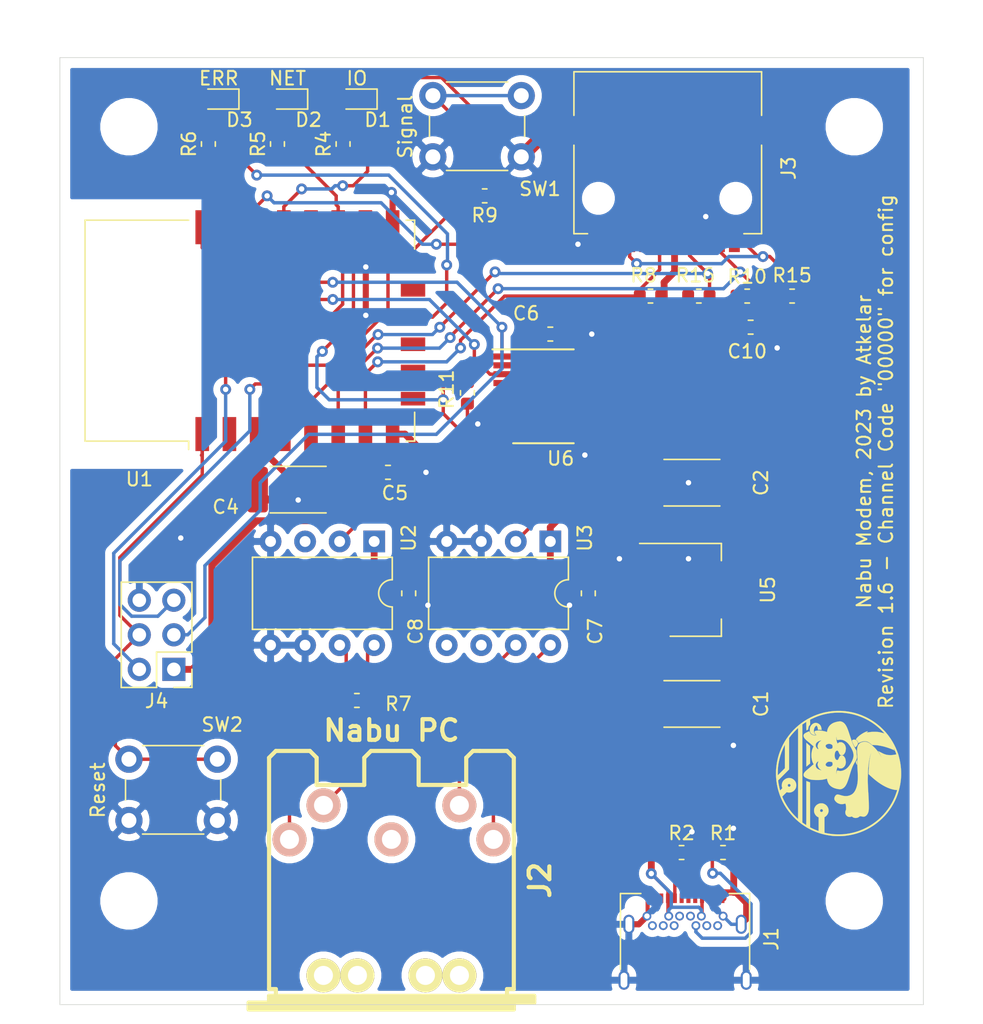
<source format=kicad_pcb>
(kicad_pcb (version 20221018) (generator pcbnew)
  (layers (0 "F.Cu" signal) (31 "B.Cu" signal) (34 "B.Paste" user) (35 "F.Paste" user) (36 "B.SilkS" user "B.Silkscreen") (37 "F.SilkS" user "F.Silkscreen") (38 "B.Mask" user) (39 "F.Mask" user) (44 "Edge.Cuts" user))
  (net 0 "")
  (net 1 "GND")
  (net 2 "VCC")
  (net 3 "VDD")
  (net 4 "Net-(D1-Pad2)")
  (net 5 "Net-(D2-Pad2)")
  (net 6 "Net-(D3-Pad2)")
  (net 7 "Net-(J1-PadB5)")
  (net 8 "Net-(J1-PadA5)")
  (net 9 "Net-(J2-Pad5)")
  (net 10 "Net-(J2-Pad1)")
  (net 11 "Net-(J2-Pad4)")
  (net 12 "Net-(J2-Pad3)")
  (net 13 "Net-(U2-Pad2)")
  (net 14 "Net-(U3-Pad2)")
  (net 15 "Net-(J3-Pad1)")
  (net 16 "/LED_IO")
  (net 17 "/LED_NET")
  (net 18 "/LED_ERR")
  (net 19 "/MISO")
  (net 20 "/SCLK")
  (net 21 "/MOSI")
  (net 22 "/SD_CS")
  (net 23 "/PROG_EN")
  (net 24 "/RESET")
  (net 25 "/RX_3V3")
  (net 26 "/TX_3V3")
  (net 27 "/BTN_SIG")
  (net 28 "/5V_ENABLE")
  (footprint "Capacitor_SMD:C_2512_6332Metric_Pad1.52x3.35mm_HandSolder" (layer "F.Cu") (at 121.158 113.03)
    (fp_text reference "C1")
    (fp_text value "22µ")
  )
  (footprint "Capacitor_SMD:C_2512_6332Metric_Pad1.52x3.35mm_HandSolder" (layer "F.Cu") (at 121.158 96.774 180)
    (fp_text reference "C2")
    (fp_text value "10µ")
  )
  (footprint "Atkelar_Custom:USB_C_Receptacle_Amphenol_12401548E4-2A-X" (layer "F.Cu") (at 120.65 132.334)
    (fp_text reference "J1")
    (fp_text value "USB_C_Receptacle")
  )
  (footprint "Atkelar_Custom:MIDI_DIN5-B" (layer "F.Cu") (at 99.06 125.984)
    (fp_text reference "J2")
    (fp_text value "Nabu PC")
  )
  (footprint "Resistor_SMD:R_0603_1608Metric" (layer "F.Cu") (at 123.444 123.952)
    (fp_text reference "R1")
    (fp_text value "5k1")
  )
  (footprint "Resistor_SMD:R_0603_1608Metric" (layer "F.Cu") (at 120.396 123.952)
    (fp_text reference "R2")
    (fp_text value "5k1")
  )
  (footprint "Resistor_SMD:R_0603_1608Metric" (layer "F.Cu") (at 96.52 112.776 180)
    (fp_text reference "R7")
    (fp_text value "180")
  )
  (footprint "Button_Switch_THT:SW_PUSH_6mm_H4.3mm" (layer "F.Cu") (at 102.108 68.326)
    (fp_text reference "SW1")
    (fp_text value "Signal")
  )
  (footprint "RF_Module:ESP-12E" (layer "F.Cu") (at 88.646 85.598 90)
    (fp_text reference "U1")
    (fp_text value "ESP-12E")
  )
  (footprint "Package_DIP:DIP-8_W7.62mm" (layer "F.Cu") (at 97.79 101.092 -90)
    (fp_text reference "U2")
    (fp_text value "UA9637")
  )
  (footprint "Package_TO_SOT_SMD:SOT-223-3_TabPin2" (layer "F.Cu") (at 121.412 104.648)
    (fp_text reference "U5")
    (fp_text value "AP1117-33")
  )
  (footprint "Package_SO:TSSOP-20_4.4x6.5mm_P0.65mm" (layer "F.Cu") (at 110.236 90.424)
    (fp_text reference "U6")
    (fp_text value "TXS0108EPW")
  )
  (footprint "MountingHole:MountingHole_3.2mm_M3" (layer "F.Cu") (at 133.096 127.508)
    (fp_text reference "REF**" hide)
    (fp_text value "MountingHole_3.2mm_M3")
  )
  (footprint "MountingHole:MountingHole_3.2mm_M3" (layer "F.Cu") (at 79.756 127.508)
    (fp_text reference "REF**" hide)
    (fp_text value "MountingHole_3.2mm_M3")
  )
  (footprint "MountingHole:MountingHole_3.2mm_M3" (layer "F.Cu") (at 79.756 70.612)
    (fp_text reference "REF**" hide)
    (fp_text value "MountingHole_3.2mm_M3")
  )
  (footprint "MountingHole:MountingHole_3.2mm_M3" (layer "F.Cu") (at 133.096 70.612)
    (fp_text reference "REF**" hide)
    (fp_text value "MountingHole_3.2mm_M3")
  )
  (footprint "Package_DIP:DIP-8_W7.62mm" (layer "F.Cu") (at 110.744 101.092 -90)
    (fp_text reference "U3")
    (fp_text value "UA9638CD")
  )
  (footprint "LED_SMD:LED_0603_1608Metric" (layer "F.Cu") (at 86.36 68.58 180)
    (fp_text reference "D3")
    (fp_text value "ERR")
  )
  (footprint "Resistor_SMD:R_0603_1608Metric" (layer "F.Cu") (at 85.598 71.882 90)
    (fp_text reference "R6")
    (fp_text value "1k")
  )
  (footprint "LED_SMD:LED_0603_1608Metric" (layer "F.Cu") (at 96.52 68.58 180)
    (fp_text reference "D1")
    (fp_text value "IO")
  )
  (footprint "Resistor_SMD:R_0603_1608Metric" (layer "F.Cu") (at 95.504 71.882 90)
    (fp_text reference "R4")
    (fp_text value "1k")
  )
  (footprint "LED_SMD:LED_0603_1608Metric" (layer "F.Cu") (at 91.4145 68.58 180)
    (fp_text reference "D2")
    (fp_text value "NET")
  )
  (footprint "Resistor_SMD:R_0603_1608Metric" (layer "F.Cu") (at 90.678 71.882 90)
    (fp_text reference "R5")
    (fp_text value "1k")
  )
  (footprint "Atkelar_Custom:Atkelar-Logo-2" (layer "F.Cu") (at 131.826 118.11 90)
    (fp_text reference "G***" hide)
    (fp_text value "LOGO" hide)
  )
  (footprint "Capacitor_SMD:C_2512_6332Metric_Pad1.52x3.35mm_HandSolder" (layer "F.Cu") (at 92.202 97.282 180)
    (fp_text reference "C4")
    (fp_text value "22µ")
  )
  (footprint "Capacitor_SMD:C_0603_1608Metric_Pad1.05x0.95mm_HandSolder" (layer "F.Cu") (at 98.806 96.012)
    (fp_text reference "C5")
    (fp_text value "10n")
  )
  (footprint "Capacitor_SMD:C_0603_1608Metric_Pad1.05x0.95mm_HandSolder" (layer "F.Cu") (at 110.744 85.852)
    (fp_text reference "C6")
    (fp_text value "10n")
  )
  (footprint "Capacitor_SMD:C_0603_1608Metric_Pad1.05x0.95mm_HandSolder" (layer "F.Cu") (at 113.538 104.902 -90)
    (fp_text reference "C7")
    (fp_text value "10n")
  )
  (footprint "Capacitor_SMD:C_0603_1608Metric_Pad1.05x0.95mm_HandSolder" (layer "F.Cu") (at 100.33 104.902 -90)
    (fp_text reference "C8")
    (fp_text value "10n")
  )
  (footprint "Capacitor_SMD:C_0603_1608Metric_Pad1.05x0.95mm_HandSolder" (layer "F.Cu") (at 125.476 85.344)
    (fp_text reference "C10")
    (fp_text value "10n")
  )
  (footprint "Connector_PinHeader_2.54mm:PinHeader_2x03_P2.54mm_Vertical" (layer "F.Cu") (at 83.058 110.49 180)
    (fp_text reference "J4")
    (fp_text value "Prog")
  )
  (footprint "Resistor_SMD:R_0603_1608Metric" (layer "F.Cu") (at 118.11 83.058 180)
    (fp_text reference "R8")
    (fp_text value "10k")
  )
  (footprint "Resistor_SMD:R_0603_1608Metric" (layer "F.Cu") (at 105.918 75.692 180)
    (fp_text reference "R9")
    (fp_text value "10k")
  )
  (footprint "Resistor_SMD:R_0603_1608Metric" (layer "F.Cu") (at 125.222 83.058)
    (fp_text reference "R10")
    (fp_text value "10k")
  )
  (footprint "Resistor_SMD:R_0603_1608Metric" (layer "F.Cu") (at 104.648 90.17 -90)
    (fp_text reference "R11")
    (fp_text value "10k")
  )
  (footprint "Atkelar_Custom:microSD_A" (layer "F.Cu") (at 119.38 71.374 180)
    (fp_text reference "J3")
    (fp_text value "SD-Card")
  )
  (footprint "Resistor_SMD:R_0603_1608Metric" (layer "F.Cu") (at 128.524 83.058 180)
    (fp_text reference "R15")
    (fp_text value "10k")
  )
  (footprint "Resistor_SMD:R_0603_1608Metric" (layer "F.Cu") (at 121.666 83.058)
    (fp_text reference "R16")
    (fp_text value "10k")
  )
  (footprint "Button_Switch_THT:SW_PUSH_6mm_H4.3mm" (layer "F.Cu") (at 79.756 117.094)
    (fp_text reference "SW2")
    (fp_text value "Reset")
  )
  (gr_line (start 74.676 65.532) (end 138.176 65.532) (stroke (width 0.05)) (layer "Edge.Cuts"))
  (gr_line (start 138.176 135.128) (end 74.676 135.128) (stroke (width 0.05)) (layer "Edge.Cuts"))
  (gr_line (start 138.176 65.532) (end 138.176 135.128) (stroke (width 0.05)) (layer "Edge.Cuts"))
  (gr_line (start 74.676 135.128) (end 74.676 65.532) (stroke (width 0.05)) (layer "Edge.Cuts"))
  (gr_text "Nabu Modem, 2023 by Atkelar\nRevision 1.6 - Channel Code \"00000\" for config" (at 134.62 94.488 90) (layer "F.SilkS") (effects (font (size 1 1))))
  (segment (start 97.173999 80.917999) (end 97.173999 84.473999) (width 0.45) (layer "F.Cu") (net 1))
  (segment (start 127.425 86.868) (end 127.425 86.868) (width 0.25) (layer "F.Cu") (net 1))
  (segment (start 97.173999 84.473999) (end 97.173999 84.473999) (width 0.45) (layer "F.Cu") (net 1))
  (segment (start 101.741 105.777) (end 100.33 105.777) (width 0.5) (layer "F.Cu") (net 1))
  (segment (start 124.2315 126.8825) (end 124.369174 126.8825) (width 0.45) (layer "F.Cu") (net 1))
  (segment (start 99.146 75.524) (end 99.06 75.438) (width 0.25) (layer "F.Cu") (net 1))
  (segment (start 92.202 98.044) (end 89.9765 98.044) (width 0.5) (layer "F.Cu") (net 1))
  (segment (start 127.4 86.868) (end 127.425 86.868) (width 0.25) (layer "F.Cu") (net 1))
  (segment (start 124.1455 116.0175) (end 124.206 116.078) (width 0.25) (layer "F.Cu") (net 1))
  (segment (start 125.15001 128.85399) (end 124.78 129.224) (width 0.45) (layer "F.Cu") (net 1))
  (segment (start 122.08 77.31) (end 122.174 77.216) (width 0.25) (layer "F.Cu") (net 1))
  (segment (start 99.146 77.998) (end 99.146 75.524) (width 0.45) (layer "F.Cu") (net 1))
  (segment (start 121.1835 122.4535) (end 121.158 122.428) (width 0.25) (layer "F.Cu") (net 1))
  (segment (start 107.286 91.399) (end 107.286 92.049) (width 0.25) (layer "F.Cu") (net 1))
  (segment (start 99.681 96.012) (end 101.6 96.012) (width 0.25) (layer "F.Cu") (net 1))
  (segment (start 114.1 78.994) (end 114.18 79.074) (width 0.25) (layer "F.Cu") (net 1))
  (segment (start 123.5615 126.8825) (end 123.475001 126.968999) (width 0.45) (layer "F.Cu") (net 1))
  (segment (start 104.648 92.202) (end 104.902 92.456) (width 0.25) (layer "F.Cu") (net 1))
  (segment (start 97.173999 80.917999) (end 97.173999 80.917999) (width 0.25) (layer "F.Cu") (net 1))
  (segment (start 123.4 128.574) (end 123.45 128.624) (width 0.25) (layer "F.Cu") (net 1))
  (segment (start 111.619 85.852) (end 113.792 85.852) (width 0.5) (layer "F.Cu") (net 1))
  (segment (start 123.475001 126.968999) (end 123.475001 127.314) (width 0.45) (layer "F.Cu") (net 1))
  (segment (start 89.2145 97.282) (end 87.122 97.282) (width 0.5) (layer "F.Cu") (net 1))
  (segment (start 99.351998 78.203998) (end 99.146 77.998) (width 0.45) (layer "F.Cu") (net 1))
  (segment (start 117.9 128.574) (end 117.85 128.624) (width 0.25) (layer "F.Cu") (net 1))
  (segment (start 112.95 79.074) (end 112.776 79.248) (width 0.25) (layer "F.Cu") (net 1))
  (segment (start 124.2315 126.8825) (end 123.5615 126.8825) (width 0.45) (layer "F.Cu") (net 1))
  (segment (start 107.286 92.699) (end 105.653 92.699) (width 0.45) (layer "F.Cu") (net 1))
  (segment (start 89.9765 98.044) (end 89.2145 97.282) (width 0.5) (layer "F.Cu") (net 1))
  (segment (start 124.2315 123.952) (end 124.2315 126.8825) (width 0.5) (layer "F.Cu") (net 1))
  (segment (start 87.122 97.282) (end 83.566 100.838) (width 0.5) (layer "F.Cu") (net 1))
  (segment (start 115.838 102.348) (end 115.824 102.362) (width 0.25) (layer "F.Cu") (net 1))
  (segment (start 97.173999 80.917999) (end 99.351998 78.74) (width 0.45) (layer "F.Cu") (net 1))
  (segment (start 125.15001 127.663336) (end 125.15001 128.85399) (width 0.45) (layer "F.Cu") (net 1))
  (segment (start 126.351 85.344) (end 126.351 85.819) (width 0.25) (layer "F.Cu") (net 1))
  (segment (start 104.648 90.9575) (end 104.648 92.202) (width 0.25) (layer "F.Cu") (net 1))
  (segment (start 107.286 90.749) (end 107.286 90.099) (width 0.25) (layer "F.Cu") (net 1))
  (segment (start 113.186 93.349) (end 113.186 94.644) (width 0.45) (layer "F.Cu") (net 1))
  (segment (start 105.653 92.699) (end 105.41 92.456) (width 0.25) (layer "F.Cu") (net 1))
  (segment (start 118.1705 96.774) (end 120.904 96.774) (width 0.25) (layer "F.Cu") (net 1))
  (segment (start 117.85 128.624) (end 117.25 129.224) (width 0.45) (layer "F.Cu") (net 1))
  (segment (start 107.286 90.099) (end 107.286 89.449) (width 0.25) (layer "F.Cu") (net 1))
  (segment (start 107.286 90.749) (end 107.286 91.399) (width 0.25) (layer "F.Cu") (net 1))
  (segment (start 117.9 127.314) (end 117.9 128.574) (width 0.3) (layer "F.Cu") (net 1))
  (segment (start 113.063 105.777) (end 112.155 105.777) (width 0.5) (layer "F.Cu") (net 1))
  (segment (start 117.25 129.224) (end 116.52 129.224) (width 0.45) (layer "F.Cu") (net 1))
  (segment (start 118.262 102.348) (end 115.838 102.348) (width 0.75) (layer "F.Cu") (net 1))
  (segment (start 107.286 92.049) (end 107.286 92.699) (width 0.25) (layer "F.Cu") (net 1))
  (segment (start 122.08 79.074) (end 122.08 77.31) (width 0.5) (layer "F.Cu") (net 1))
  (segment (start 111.78 70.874) (end 126.88 70.874) (width 1) (layer "F.Cu") (net 1))
  (segment (start 124.369174 126.8825) (end 125.15001 127.663336) (width 0.45) (layer "F.Cu") (net 1))
  (segment (start 126.351 85.819) (end 127.4 86.868) (width 0.5) (layer "F.Cu") (net 1))
  (segment (start 104.902 92.456) (end 105.41 92.456) (width 0.25) (layer "F.Cu") (net 1))
  (segment (start 114.18 79.074) (end 112.95 79.074) (width 0.25) (layer "F.Cu") (net 1))
  (segment (start 99.351998 78.74) (end 99.351998 78.203998) (width 0.45) (layer "F.Cu") (net 1))
  (segment (start 124.2315 123.952) (end 124.2315 122.1995) (width 0.5) (layer "F.Cu") (net 1))
  (segment (start 124.2315 122.1995) (end 124.206 122.174) (width 0.25) (layer "F.Cu") (net 1))
  (segment (start 99.146 77.998) (end 99.146 78.748) (width 0.25) (layer "F.Cu") (net 1))
  (segment (start 108.608 72.826) (end 110.56 70.874) (width 1) (layer "F.Cu") (net 1))
  (segment (start 123.45 127.364) (end 123.4 127.314) (width 0.25) (layer "F.Cu") (net 1))
  (segment (start 113.538 105.777) (end 113.063 105.777) (width 0.5) (layer "F.Cu") (net 1))
  (segment (start 120.89 102.348) (end 120.904 102.362) (width 0.25) (layer "F.Cu") (net 1))
  (segment (start 110.56 70.874) (end 111.78 70.874) (width 1) (layer "F.Cu") (net 1))
  (segment (start 113.186 94.644) (end 113.284 94.742) (width 0.25) (layer "F.Cu") (net 1))
  (segment (start 118.262 102.348) (end 120.89 102.348) (width 0.75) (layer "F.Cu") (net 1))
  (segment (start 121.1835 123.952) (end 121.1835 122.4535) (width 0.5) (layer "F.Cu") (net 1))
  (segment (start 124.1455 113.03) (end 124.1455 116.0175) (width 0.5) (layer "F.Cu") (net 1))
  (via (at 105.41 92.456) (size 0.8) (drill 0.4) (layers "F.Cu" "B.Cu") (net 1))
  (via (at 113.284 94.742) (size 0.8) (drill 0.4) (layers "F.Cu" "B.Cu") (net 1))
  (via (at 127.425 86.868) (size 0.8) (drill 0.4) (layers "F.Cu" "B.Cu") (net 1))
  (via (at 112.155 105.777) (size 0.8) (drill 0.4) (layers "F.Cu" "B.Cu") (net 1))
  (via (at 121.158 122.428) (size 0.8) (drill 0.4) (layers "F.Cu" "B.Cu") (net 1))
  (via (at 97.173999 80.917999) (size 0.8) (drill 0.4) (layers "F.Cu" "B.Cu") (net 1))
  (via (at 122.174 77.216) (size 0.8) (drill 0.4) (layers "F.Cu" "B.Cu") (net 1))
  (via (at 120.904 102.362) (size 0.8) (drill 0.4) (layers "F.Cu" "B.Cu") (net 1))
  (via (at 124.206 116.078) (size 0.8) (drill 0.4) (layers "F.Cu" "B.Cu") (net 1))
  (via (at 99.06 75.438) (size 0.8) (drill 0.4) (layers "F.Cu" "B.Cu") (net 1))
  (via (at 92.202 98.044) (size 0.8) (drill 0.4) (layers "F.Cu" "B.Cu") (net 1))
  (via (at 113.792 85.852) (size 0.8) (drill 0.4) (layers "F.Cu" "B.Cu") (net 1))
  (via (at 97.173999 84.473999) (size 0.8) (drill 0.4) (layers "F.Cu" "B.Cu") (net 1))
  (via (at 115.824 102.362) (size 0.8) (drill 0.4) (layers "F.Cu" "B.Cu") (net 1))
  (via (at 83.566 100.838) (size 0.8) (drill 0.4) (layers "F.Cu" "B.Cu") (net 1))
  (via (at 101.741 105.777) (size 0.8) (drill 0.4) (layers "F.Cu" "B.Cu") (net 1))
  (via (at 120.904 96.774) (size 0.8) (drill 0.4) (layers "F.Cu" "B.Cu") (net 1))
  (via (at 101.6 96.012) (size 0.8) (drill 0.4) (layers "F.Cu" "B.Cu") (net 1))
  (via (at 112.776 79.248) (size 0.8) (drill 0.4) (layers "F.Cu" "B.Cu") (net 1))
  (via (at 124.206 122.174) (size 0.8) (drill 0.4) (layers "F.Cu" "B.Cu") (net 1))
  (segment (start 124.05 129.224) (end 123.45 128.624) (width 0.25) (layer "B.Cu") (net 1))
  (segment (start 124.78 129.224) (end 124.05 129.224) (width 0.25) (layer "B.Cu") (net 1))
  (segment (start 118.1705 125.499498) (end 118.1705 125.499498) (width 0.5) (layer "F.Cu") (net 2))
  (segment (start 115.57 105.756) (end 115.57 104.648) (width 0.5) (layer "F.Cu") (net 2))
  (segment (start 116.332 94.488) (end 116.332 92.964) (width 0.5) (layer "F.Cu") (net 2))
  (segment (start 110.857 104.027) (end 100.33 104.027) (width 0.5) (layer "F.Cu") (net 2))
  (segment (start 116.332 89.662) (end 116.332 92.964) (width 0.5) (layer "F.Cu") (net 2))
  (segment (start 119.4 128.574) (end 119.45 128.624) (width 0.25) (layer "F.Cu") (net 2))
  (segment (start 113.063 104.027) (end 110.857 104.027) (width 0.5) (layer "F.Cu") (net 2))
  (segment (start 116.078 94.742) (end 116.332 94.488) (width 0.5) (layer "F.Cu") (net 2))
  (segment (start 118.1705 125.499498) (end 119.4 126.728998) (width 0.25) (layer "F.Cu") (net 2))
  (segment (start 100.33 104.027) (end 98.439 104.027) (width 0.5) (layer "F.Cu") (net 2))
  (segment (start 121.85 128.624) (end 121.9 128.574) (width 0.25) (layer "F.Cu") (net 2))
  (segment (start 113.538 104.027) (end 113.063 104.027) (width 0.5) (layer "F.Cu") (net 2))
  (segment (start 118.262 112.9385) (end 118.1705 113.03) (width 0.25) (layer "F.Cu") (net 2))
  (segment (start 110.744 101.092) (end 110.744 100.042) (width 0.5) (layer "F.Cu") (net 2))
  (segment (start 115.57 104.648) (end 114.949 104.027) (width 0.5) (layer "F.Cu") (net 2))
  (segment (start 110.744 103.914) (end 110.744 101.092) (width 0.5) (layer "F.Cu") (net 2))
  (segment (start 118.1705 115.316) (end 118.1705 113.03) (width 0.5) (layer "F.Cu") (net 2))
  (segment (start 114.819 88.149) (end 116.332 89.662) (width 0.5) (layer "F.Cu") (net 2))
  (segment (start 118.1705 115.316) (end 118.1705 125.499498) (width 0.5) (layer "F.Cu") (net 2))
  (segment (start 98.439 104.027) (end 97.79 103.378) (width 0.5) (layer "F.Cu") (net 2))
  (segment (start 113.186 88.149) (end 114.819 88.149) (width 0.45) (layer "F.Cu") (net 2))
  (segment (start 97.79 103.378) (end 97.79 101.092) (width 0.5) (layer "F.Cu") (net 2))
  (segment (start 119.4 126.728998) (end 119.4 127.314) (width 0.25) (layer "F.Cu") (net 2))
  (segment (start 118.262 106.948) (end 116.762 106.948) (width 0.5) (layer "F.Cu") (net 2))
  (segment (start 110.744 100.042) (end 116.078 94.742) (width 0.5) (layer "F.Cu") (net 2))
  (segment (start 118.262 106.948) (end 118.262 112.9385) (width 0.5) (layer "F.Cu") (net 2))
  (segment (start 121.9 128.574) (end 121.9 127.314) (width 0.25) (layer "F.Cu") (net 2))
  (segment (start 116.762 106.948) (end 115.57 105.756) (width 0.5) (layer "F.Cu") (net 2))
  (segment (start 119.4 127.314) (end 119.4 128.574) (width 0.25) (layer "F.Cu") (net 2))
  (segment (start 110.857 104.027) (end 110.744 103.914) (width 0.5) (layer "F.Cu") (net 2))
  (segment (start 114.949 104.027) (end 113.538 104.027) (width 0.5) (layer "F.Cu") (net 2))
  (via (at 118.1705 125.499498) (size 0.8) (drill 0.4) (layers "F.Cu" "B.Cu") (net 2))
  (segment (start 119.640382 127.973999) (end 121.659618 127.973999) (width 0.25) (layer "B.Cu") (net 2))
  (segment (start 119.640382 126.96938) (end 119.38 126.708998) (width 0.25) (layer "B.Cu") (net 2))
  (segment (start 119.45 128.624) (end 119.45 128.164381) (width 0.25) (layer "B.Cu") (net 2))
  (segment (start 121.659618 127.973999) (end 121.85 128.164381) (width 0.25) (layer "B.Cu") (net 2))
  (segment (start 119.38 126.708998) (end 118.1705 125.499498) (width 0.25) (layer "B.Cu") (net 2))
  (segment (start 119.640382 127.973999) (end 119.640382 126.96938) (width 0.25) (layer "B.Cu") (net 2))
  (segment (start 121.85 128.164381) (end 121.85 128.624) (width 0.25) (layer "B.Cu") (net 2))
  (segment (start 119.45 128.164381) (end 119.640382 127.973999) (width 0.25) (layer "B.Cu") (net 2))
  (segment (start 124.1455 94.8025) (end 124.206 94.742) (width 0.25) (layer "F.Cu") (net 3))
  (segment (start 85.344 72.9235) (end 85.598 72.6695) (width 0.25) (layer "F.Cu") (net 3))
  (segment (start 97.931 96.012) (end 96.4595 96.012) (width 0.5) (layer "F.Cu") (net 3))
  (segment (start 108.447 88.149) (end 108.458 88.138) (width 0.45) (layer "F.Cu") (net 3))
  (segment (start 89.209001 67.000999) (end 89.209001 71.675501) (width 0.25) (layer "F.Cu") (net 3))
  (segment (start 124.1455 96.774) (end 124.1455 94.8025) (width 0.5) (layer "F.Cu") (net 3))
  (segment (start 124.562 97.1905) (end 124.1455 96.774) (width 0.25) (layer "F.Cu") (net 3))
  (segment (start 119.109 82.047) (end 119.126 83.058) (width 0.5) (layer "F.Cu") (net 3))
  (segment (start 110.664 84.582) (end 109.869 85.377) (width 0.5) (layer "F.Cu") (net 3))
  (segment (start 123.698 85.344) (end 123.698 87.235) (width 0.5) (layer "F.Cu") (net 3))
  (segment (start 107.286 88.149) (end 108.447 88.149) (width 0.45) (layer "F.Cu") (net 3))
  (segment (start 122.428 84.582) (end 123.19 85.344) (width 0.5) (layer "F.Cu") (net 3))
  (segment (start 90.203 72.6695) (end 90.678 72.6695) (width 0.25) (layer "F.Cu") (net 3))
  (segment (start 85.852 102.87) (end 85.852 109.046) (width 0.5) (layer "F.Cu") (net 3))
  (segment (start 119.109 84.565) (end 119.126 84.582) (width 0.25) (layer "F.Cu") (net 3))
  (segment (start 94.289001 71.929501) (end 95.029 72.6695) (width 0.25) (layer "F.Cu") (net 3))
  (segment (start 108.800001 94.145999) (end 108.966 93.98) (width 0.5) (layer "F.Cu") (net 3))
  (segment (start 84.79799 72.34449) (end 84.79799 68.110516) (width 0.25) (layer "F.Cu") (net 3))
  (segment (start 124.4345 83.2865) (end 124.46 83.312) (width 0.25) (layer "F.Cu") (net 3))
  (segment (start 109.869 86.327) (end 108.966 87.23) (width 0.5) (layer "F.Cu") (net 3))
  (segment (start 124.562 104.648) (end 124.562 97.1905) (width 0.75) (layer "F.Cu") (net 3))
  (segment (start 119.126 83.058) (end 119.109 84.565) (width 0.5) (layer "F.Cu") (net 3))
  (segment (start 124.46 83.312) (end 124.46 84.074) (width 0.25) (layer "F.Cu") (net 3))
  (segment (start 108.407002 88.138) (end 108.396002 88.149) (width 0.5) (layer "F.Cu") (net 3))
  (segment (start 108.966 87.23) (end 108.966 88.138) (width 0.5) (layer "F.Cu") (net 3))
  (segment (start 119.88 79.074) (end 119.88 74.668) (width 0.25) (layer "F.Cu") (net 3))
  (segment (start 85.598 72.6695) (end 85.123 72.6695) (width 0.25) (layer "F.Cu") (net 3))
  (segment (start 99.146 93.198) (end 100.056 93.198) (width 0.5) (layer "F.Cu") (net 3))
  (segment (start 118.262 104.648) (end 124.562 104.648) (width 0.75) (layer "F.Cu") (net 3))
  (segment (start 108.458 88.138) (end 108.407002 88.138) (width 0.5) (layer "F.Cu") (net 3))
  (segment (start 119.126 84.582) (end 110.664 84.582) (width 0.5) (layer "F.Cu") (net 3))
  (segment (start 120.8785 83.058) (end 120.8785 83.533) (width 0.25) (layer "F.Cu") (net 3))
  (segment (start 100.056 93.198) (end 101.003999 94.145999) (width 0.5) (layer "F.Cu") (net 3))
  (segment (start 96.4595 96.012) (end 95.1895 97.282) (width 0.5) (layer "F.Cu") (net 3))
  (segment (start 119.88 79.074) (end 119.88 81.276) (width 0.5) (layer "F.Cu") (net 3))
  (segment (start 94.234 99.568) (end 95.25 98.552) (width 0.5) (layer "F.Cu") (net 3))
  (segment (start 109.22 75.692) (end 106.7055 75.692) (width 0.25) (layer "F.Cu") (net 3))
  (segment (start 127.299 83.058) (end 126.283 84.074) (width 0.25) (layer "F.Cu") (net 3))
  (segment (start 89.209001 67.000999) (end 94.289001 67.000999) (width 0.25) (layer "F.Cu") (net 3))
  (segment (start 94.427 96.5195) (end 95.1895 97.282) (width 0.25) (layer "F.Cu") (net 3))
  (segment (start 84.408 110.49) (end 83.058 110.49) (width 0.5) (layer "F.Cu") (net 3))
  (segment (start 89.209001 71.675501) (end 90.203 72.6695) (width 0.25) (layer "F.Cu") (net 3))
  (segment (start 121.045 84.582) (end 120.904 84.582) (width 0.25) (layer "F.Cu") (net 3))
  (segment (start 124.46 84.074) (end 124.4345 85.1775) (width 0.25) (layer "F.Cu") (net 3))
  (segment (start 124.206 91.44) (end 123.698 90.932) (width 0.5) (layer "F.Cu") (net 3))
  (segment (start 124.4345 83.058) (end 124.4345 83.2865) (width 0.25) (layer "F.Cu") (net 3))
  (segment (start 121.045 84.582) (end 120.52 84.582) (width 0.25) (layer "F.Cu") (net 3))
  (segment (start 123.698 87.235) (end 123.698 90.932) (width 0.5) (layer "F.Cu") (net 3))
  (segment (start 120.8785 83.533) (end 120.904 83.5585) (width 0.25) (layer "F.Cu") (net 3))
  (segment (start 124.4345 85.1775) (end 124.601 85.344) (width 0.25) (layer "F.Cu") (net 3))
  (segment (start 124.206 94.742) (end 124.206 93.98) (width 0.5) (layer "F.Cu") (net 3))
  (segment (start 85.852 109.046) (end 84.408 110.49) (width 0.5) (layer "F.Cu") (net 3))
  (segment (start 106.7055 70.962498) (end 106.7055 75.217) (width 0.25) (layer "F.Cu") (net 3))
  (segment (start 108.966 88.138) (end 108.458 88.138) (width 0.5) (layer "F.Cu") (net 3))
  (segment (start 99.297 93.349) (end 99.146 93.198) (width 0.25) (layer "F.Cu") (net 3))
  (segment (start 89.146 93.198) (end 89.146 93.948) (width 0.25) (layer "F.Cu") (net 3))
  (segment (start 112.268 72.644) (end 109.22 75.692) (width 0.25) (layer "F.Cu") (net 3))
  (segment (start 94.289001 67.000999) (end 94.289001 71.929501) (width 0.25) (layer "F.Cu") (net 3))
  (segment (start 94.289001 67.000999) (end 102.744001 67.000999) (width 0.25) (layer "F.Cu") (net 3))
  (segment (start 84.79799 68.110516) (end 85.907507 67.000999) (width 0.25) (layer "F.Cu") (net 3))
  (segment (start 120.904 84.582) (end 119.126 84.582) (width 0.5) (layer "F.Cu") (net 3))
  (segment (start 89.146 93.948) (end 91.7175 96.5195) (width 0.5) (layer "F.Cu") (net 3))
  (segment (start 95.25 98.552) (end 95.25 97.3425) (width 0.5) (layer "F.Cu") (net 3))
  (segment (start 120.904 84.582) (end 122.428 84.582) (width 0.5) (layer "F.Cu") (net 3))
  (segment (start 118.8975 83.058) (end 119.126 83.058) (width 0.25) (layer "F.Cu") (net 3))
  (segment (start 95.25 97.3425) (end 95.1895 97.282) (width 0.5) (layer "F.Cu") (net 3))
  (segment (start 124.206 93.98) (end 124.206 91.44) (width 0.5) (layer "F.Cu") (net 3))
  (segment (start 85.907507 67.000999) (end 89.209001 67.000999) (width 0.25) (layer "F.Cu") (net 3))
  (segment (start 106.7055 75.217) (end 106.7055 75.692) (width 0.25) (layer "F.Cu") (net 3))
  (segment (start 108.966 93.98) (end 108.966 88.138) (width 0.5) (layer "F.Cu") (net 3))
  (segment (start 126.283 84.074) (end 124.46 84.074) (width 0.25) (layer "F.Cu") (net 3))
  (segment (start 91.7175 96.5195) (end 94.427 96.5195) (width 0.5) (layer "F.Cu") (net 3))
  (segment (start 89.154 99.568) (end 94.234 99.568) (width 0.5) (layer "F.Cu") (net 3))
  (segment (start 99.146 93.198) (end 99.146 94.797) (width 0.5) (layer "F.Cu") (net 3))
  (segment (start 109.869 85.852) (end 109.869 86.327) (width 0.5) (layer "F.Cu") (net 3))
  (segment (start 117.856 72.644) (end 112.268 72.644) (width 0.25) (layer "F.Cu") (net 3))
  (segment (start 101.003999 94.145999) (end 108.800001 94.145999) (width 0.5) (layer "F.Cu") (net 3))
  (segment (start 99.146 94.797) (end 97.931 96.012) (width 0.5) (layer "F.Cu") (net 3))
  (segment (start 123.19 85.344) (end 123.698 85.344) (width 0.5) (layer "F.Cu") (net 3))
  (segment (start 95.029 72.6695) (end 95.504 72.6695) (width 0.25) (layer "F.Cu") (net 3))
  (segment (start 109.869 85.377) (end 109.869 85.852) (width 0.25) (layer "F.Cu") (net 3))
  (segment (start 85.123 72.6695) (end 84.79799 72.34449) (width 0.25) (layer "F.Cu") (net 3))
  (segment (start 119.88 81.276) (end 119.109 82.047) (width 0.5) (layer "F.Cu") (net 3))
  (segment (start 127.7365 83.058) (end 127.299 83.058) (width 0.25) (layer "F.Cu") (net 3))
  (segment (start 120.904 84.328) (end 120.904 84.582) (width 0.25) (layer "F.Cu") (net 3))
  (segment (start 119.88 74.668) (end 117.856 72.644) (width 0.25) (layer "F.Cu") (net 3))
  (segment (start 85.852 102.87) (end 89.154 99.568) (width 0.5) (layer "F.Cu") (net 3))
  (segment (start 120.904 83.5585) (end 120.904 84.328) (width 0.25) (layer "F.Cu") (net 3))
  (segment (start 102.744001 67.000999) (end 106.7055 70.962498) (width 0.25) (layer "F.Cu") (net 3))
  (segment (start 123.698 85.344) (end 124.601 85.344) (width 0.5) (layer "F.Cu") (net 3))
  (segment (start 95.504 68.6055) (end 95.504 71.0945) (width 0.25) (layer "F.Cu") (net 4))
  (segment (start 90.6525 68.6055) (end 90.6525 71.069) (width 0.25) (layer "F.Cu") (net 5))
  (segment (start 85.598 68.6055) (end 85.598 71.0945) (width 0.25) (layer "F.Cu") (net 6))
  (segment (start 122.6565 123.952) (end 122.6565 125.4505) (width 0.25) (layer "F.Cu") (net 7))
  (segment (start 122.6565 125.4505) (end 122.682 125.476) (width 0.25) (layer "F.Cu") (net 7))
  (via (at 122.682 125.476) (size 0.8) (drill 0.4) (layers "F.Cu" "B.Cu") (net 7))
  (segment (start 121.45 129.783619) (end 121.45 129.324) (width 0.25) (layer "B.Cu") (net 7))
  (segment (start 125.50501 129.824308) (end 125.080308 130.24901) (width 0.25) (layer "B.Cu") (net 7))
  (segment (start 125.50501 127.733325) (end 125.50501 129.824308) (width 0.25) (layer "B.Cu") (net 7))
  (segment (start 121.915391 130.24901) (end 121.45 129.783619) (width 0.25) (layer "B.Cu") (net 7))
  (segment (start 123.247685 125.476) (end 125.50501 127.733325) (width 0.25) (layer "B.Cu") (net 7))
  (segment (start 125.080308 130.24901) (end 121.915391 130.24901) (width 0.25) (layer "B.Cu") (net 7))
  (segment (start 122.682 125.476) (end 123.247685 125.476) (width 0.25) (layer "B.Cu") (net 7))
  (segment (start 119.9 124.2435) (end 119.6085 123.952) (width 0.25) (layer "F.Cu") (net 8))
  (segment (start 119.9 127.314) (end 119.9 124.2435) (width 0.25) (layer "F.Cu") (net 8))
  (segment (start 94.06382 120.4849) (end 97.3075 117.24122) (width 0.25) (layer "F.Cu") (net 9))
  (segment (start 97.3075 109.1945) (end 97.79 108.712) (width 0.25) (layer "F.Cu") (net 9))
  (segment (start 97.3075 117.24122) (end 97.3075 112.776) (width 0.25) (layer "F.Cu") (net 9))
  (segment (start 97.3075 112.776) (end 97.3075 109.1945) (width 0.25) (layer "F.Cu") (net 9))
  (segment (start 106.55808 112.89792) (end 110.744 108.712) (width 0.25) (layer "F.Cu") (net 10))
  (segment (start 106.55808 122.9868) (end 106.55808 112.89792) (width 0.25) (layer "F.Cu") (net 10))
  (segment (start 104.05618 120.4849) (end 104.05618 112.85982) (width 0.25) (layer "F.Cu") (net 11))
  (segment (start 104.05618 112.85982) (end 108.204 108.712) (width 0.25) (layer "F.Cu") (net 11))
  (segment (start 95.7325 109.1945) (end 95.25 108.712) (width 0.25) (layer "F.Cu") (net 12))
  (segment (start 91.56192 119.00408) (end 95.7325 114.8335) (width 0.25) (layer "F.Cu") (net 12))
  (segment (start 91.56192 122.9868) (end 91.56192 119.00408) (width 0.25) (layer "F.Cu") (net 12))
  (segment (start 95.7325 112.776) (end 95.7325 109.1945) (width 0.25) (layer "F.Cu") (net 12))
  (segment (start 95.7325 114.8335) (end 95.7325 112.776) (width 0.25) (layer "F.Cu") (net 12))
  (segment (start 109.728 90.071998) (end 109.728 94.031186) (width 0.25) (layer "F.Cu") (net 13))
  (segment (start 98.806 97.536) (end 95.25 101.092) (width 0.25) (layer "F.Cu") (net 13))
  (segment (start 109.728 94.031186) (end 106.223186 97.536) (width 0.25) (layer "F.Cu") (net 13))
  (segment (start 113.186 87.499) (end 112.300998 87.499) (width 0.25) (layer "F.Cu") (net 13))
  (segment (start 112.300998 87.499) (end 109.728 90.071998) (width 0.25) (layer "F.Cu") (net 13))
  (segment (start 106.223186 97.536) (end 98.806 97.536) (width 0.25) (layer "F.Cu") (net 13))
  (segment (start 110.49 90.52) (end 112.211 88.799) (width 0.25) (layer "F.Cu") (net 14))
  (segment (start 108.204 101.092) (end 110.49 98.806) (width 0.25) (layer "F.Cu") (net 14))
  (segment (start 110.49 98.806) (end 110.49 90.52) (width 0.25) (layer "F.Cu") (net 14))
  (segment (start 112.211 88.799) (end 113.186 88.799) (width 0.25) (layer "F.Cu") (net 14))
  (segment (start 124.93 79.074) (end 126.0095 80.1535) (width 0.25) (layer "F.Cu") (net 15))
  (segment (start 116.58 79.074) (end 116.58 80.162) (width 0.25) (layer "F.Cu") (net 15))
  (segment (start 129.3115 82.583) (end 126.882 80.1535) (width 0.25) (layer "F.Cu") (net 15))
  (segment (start 126.3815 80.1535) (end 126.0095 80.1535) (width 0.25) (layer "F.Cu") (net 15))
  (segment (start 124.28 79.074) (end 124.93 79.074) (width 0.25) (layer "F.Cu") (net 15))
  (segment (start 116.58 80.162) (end 117.094 80.676) (width 0.25) (layer "F.Cu") (net 15))
  (segment (start 126.882 80.1535) (end 126.3815 80.1535) (width 0.25) (layer "F.Cu") (net 15))
  (segment (start 129.3115 83.058) (end 129.3115 82.583) (width 0.25) (layer "F.Cu") (net 15))
  (via (at 117.094 80.676) (size 0.8) (drill 0.4) (layers "F.Cu" "B.Cu") (net 15))
  (via (at 126.3815 80.1535) (size 0.8) (drill 0.4) (layers "F.Cu" "B.Cu") (net 15))
  (segment (start 123.8705 80.1535) (end 126.3815 80.1535) (width 0.25) (layer "B.Cu") (net 15))
  (segment (start 123.348 80.676) (end 123.8705 80.1535) (width 0.25) (layer "B.Cu") (net 15))
  (segment (start 117.094 80.676) (end 123.348 80.676) (width 0.25) (layer "B.Cu") (net 15))
  (segment (start 97.3075 73.8885) (end 96.24589 74.95011) (width 0.25) (layer "F.Cu") (net 16))
  (segment (start 92.456 75.184) (end 91.146 76.494) (width 0.25) (layer "F.Cu") (net 16))
  (segment (start 96.24589 74.95011) (end 95.474584 74.95011) (width 0.25) (layer "F.Cu") (net 16))
  (segment (start 91.146 76.494) (end 91.146 77.998) (width 0.25) (layer "F.Cu") (net 16))
  (segment (start 97.3075 68.58) (end 97.3075 73.8885) (width 0.25) (layer "F.Cu") (net 16))
  (via (at 95.474584 74.95011) (size 0.8) (drill 0.4) (layers "F.Cu" "B.Cu") (net 16))
  (via (at 92.456 75.184) (size 0.8) (drill 0.4) (layers "F.Cu" "B.Cu") (net 16))
  (segment (start 94.908899 74.95011) (end 94.675009 75.184) (width 0.25) (layer "B.Cu") (net 16))
  (segment (start 95.474584 74.95011) (end 94.908899 74.95011) (width 0.25) (layer "B.Cu") (net 16))
  (segment (start 94.675009 75.184) (end 92.456 75.184) (width 0.25) (layer "B.Cu") (net 16))
  (segment (start 92.202 68.58) (end 92.202 72.898) (width 0.25) (layer "F.Cu") (net 17))
  (segment (start 95.146 76.498) (end 94.996 76.348) (width 0.25) (layer "F.Cu") (net 17))
  (segment (start 92.202 72.898) (end 94.996 75.692) (width 0.25) (layer "F.Cu") (net 17))
  (segment (start 95.504 78.356) (end 95.146 77.998) (width 0.25) (layer "F.Cu") (net 17))
  (segment (start 94.996 76.348) (end 94.996 75.692) (width 0.25) (layer "F.Cu") (net 17))
  (segment (start 95.146 77.998) (end 95.146 76.498) (width 0.25) (layer "F.Cu") (net 17))
  (segment (start 87.1475 68.58) (end 87.1475 72.1615) (width 0.25) (layer "F.Cu") (net 18))
  (segment (start 103.124 83.566) (end 102.092 84.598) (width 0.25) (layer "F.Cu") (net 18))
  (segment (start 87.1475 72.1615) (end 89.154 74.168) (width 0.25) (layer "F.Cu") (net 18))
  (segment (start 103.124 80.772) (end 103.124 83.566) (width 0.25) (layer "F.Cu") (net 18))
  (segment (start 102.092 84.598) (end 100.646 84.598) (width 0.25) (layer "F.Cu") (net 18))
  (via (at 89.154 74.168) (size 0.8) (drill 0.4) (layers "F.Cu" "B.Cu") (net 18))
  (via (at 103.124 80.772) (size 0.8) (drill 0.4) (layers "F.Cu" "B.Cu") (net 18))
  (segment (start 98.298 74.168) (end 98.298 74.168) (width 0.25) (layer "B.Cu") (net 18))
  (segment (start 98.298 74.168) (end 98.863002 74.168) (width 0.25) (layer "B.Cu") (net 18))
  (segment (start 103.181002 78.486) (end 103.181002 80.714998) (width 0.25) (layer "B.Cu") (net 18))
  (segment (start 98.863002 74.168) (end 103.181002 78.486) (width 0.25) (layer "B.Cu") (net 18))
  (segment (start 103.181002 80.714998) (end 103.124 80.772) (width 0.25) (layer "B.Cu") (net 18))
  (segment (start 89.154 74.168) (end 98.298 74.168) (width 0.25) (layer "B.Cu") (net 18))
  (segment (start 124.71025 81.28375) (end 123.18 79.7535) (width 0.25) (layer "F.Cu") (net 19))
  (segment (start 95.146 89.766) (end 98.043441 86.868559) (width 0.25) (layer "F.Cu") (net 19))
  (segment (start 126.0095 83.058) (end 126.0095 82.583) (width 0.25) (layer "F.Cu") (net 19))
  (segment (start 95.146 93.198) (end 95.146 89.766) (width 0.25) (layer "F.Cu") (net 19))
  (segment (start 98.043441 86.868559) (end 98.043441 86.884587) (width 0.25) (layer "F.Cu") (net 19))
  (segment (start 123.18 79.7535) (end 123.18 79.074) (width 0.25) (layer "F.Cu") (net 19))
  (segment (start 126.0095 82.583) (end 124.71025 81.28375) (width 0.25) (layer "F.Cu") (net 19))
  (segment (start 103.378 86.040861) (end 103.378 86.106) (width 0.25) (layer "F.Cu") (net 19))
  (segment (start 106.903391 82.51547) (end 103.378 86.040861) (width 0.25) (layer "F.Cu") (net 19))
  (via (at 124.71025 81.28375) (size 0.8) (drill 0.4) (layers "F.Cu" "B.Cu") (net 19))
  (via (at 98.043441 86.884587) (size 0.8) (drill 0.4) (layers "F.Cu" "B.Cu") (net 19))
  (via (at 106.903391 82.51547) (size 0.8) (drill 0.4) (layers "F.Cu" "B.Cu") (net 19))
  (via (at 103.378 86.106) (size 0.8) (drill 0.4) (layers "F.Cu" "B.Cu") (net 19))
  (segment (start 98.043441 86.884587) (end 102.599413 86.884587) (width 0.25) (layer "B.Cu") (net 19))
  (segment (start 102.599413 86.884587) (end 103.378 86.106) (width 0.25) (layer "B.Cu") (net 19))
  (segment (start 124.71025 81.28375) (end 123.47853 82.51547) (width 0.25) (layer "B.Cu") (net 19))
  (segment (start 123.47853 82.51547) (end 106.903391 82.51547) (width 0.25) (layer "B.Cu") (net 19))
  (segment (start 122.307 81.401) (end 122.4535 81.5475) (width 0.25) (layer "F.Cu") (net 20))
  (segment (start 93.218 91.626) (end 93.218 90.678) (width 0.25) (layer "F.Cu") (net 20))
  (segment (start 120.98 80.074) (end 122.307 81.401) (width 0.25) (layer "F.Cu") (net 20))
  (segment (start 93.146 91.698) (end 93.218 91.626) (width 0.25) (layer "F.Cu") (net 20))
  (segment (start 120.98 79.074) (end 120.98 80.074) (width 0.25) (layer "F.Cu") (net 20))
  (segment (start 93.218 90.678) (end 98.044 85.852) (width 0.25) (layer "F.Cu") (net 20))
  (segment (start 122.4535 81.5475) (end 122.4535 83.058) (width 0.25) (layer "F.Cu") (net 20))
  (segment (start 98.044 85.852) (end 98.077154 85.885154) (width 0.25) (layer "F.Cu") (net 20))
  (segment (start 93.146 93.198) (end 93.146 91.698) (width 0.25) (layer "F.Cu") (net 20))
  (segment (start 102.616 85.344) (end 106.68 81.28) (width 0.25) (layer "F.Cu") (net 20))
  (via (at 106.68 81.28) (size 0.8) (drill 0.4) (layers "F.Cu" "B.Cu") (net 20))
  (via (at 122.307 81.401) (size 0.8) (drill 0.4) (layers "F.Cu" "B.Cu") (net 20))
  (via (at 98.077154 85.885154) (size 0.8) (drill 0.4) (layers "F.Cu" "B.Cu") (net 20))
  (via (at 102.616 85.344) (size 0.8) (drill 0.4) (layers "F.Cu" "B.Cu") (net 20))
  (segment (start 102.074846 85.885154) (end 102.616 85.344) (width 0.25) (layer "B.Cu") (net 20))
  (segment (start 98.077154 85.885154) (end 102.074846 85.885154) (width 0.25) (layer "B.Cu") (net 20))
  (segment (start 122.307 81.401) (end 106.801 81.401) (width 0.25) (layer "B.Cu") (net 20))
  (segment (start 106.801 81.401) (end 106.68 81.28) (width 0.25) (layer "B.Cu") (net 20))
  (segment (start 98.048359 87.888359) (end 98.048359 87.888947) (width 0.25) (layer "F.Cu") (net 21))
  (segment (start 118.78 80.074) (end 118.78 79.074) (width 0.25) (layer "F.Cu") (net 21))
  (segment (start 104.14 86.302315) (end 107.384315 83.058) (width 0.25) (layer "F.Cu") (net 21))
  (segment (start 117.3225 82.583) (end 118.78 81.1255) (width 0.25) (layer "F.Cu") (net 21))
  (segment (start 97.146 88.782) (end 98.044 87.884) (width 0.25) (layer "F.Cu") (net 21))
  (segment (start 117.3225 83.058) (end 117.3225 82.583) (width 0.25) (layer "F.Cu") (net 21))
  (segment (start 98.044 87.884) (end 98.048359 87.888359) (width 0.25) (layer "F.Cu") (net 21))
  (segment (start 97.146 93.198) (end 97.146 88.782) (width 0.25) (layer "F.Cu") (net 21))
  (segment (start 118.78 81.1255) (end 118.78 80.074) (width 0.25) (layer "F.Cu") (net 21))
  (segment (start 104.14 86.868) (end 104.14 86.302315) (width 0.25) (layer "F.Cu") (net 21))
  (segment (start 107.384315 83.058) (end 117.3225 83.058) (width 0.25) (layer "F.Cu") (net 21))
  (via (at 104.14 86.868) (size 0.8) (drill 0.4) (layers "F.Cu" "B.Cu") (net 21))
  (via (at 98.048359 87.888947) (size 0.8) (drill 0.4) (layers "F.Cu" "B.Cu") (net 21))
  (segment (start 98.048359 87.888947) (end 103.119053 87.888947) (width 0.25) (layer "B.Cu") (net 21))
  (segment (start 103.119053 87.888947) (end 104.14 86.868) (width 0.25) (layer "B.Cu") (net 21))
  (segment (start 102.362 79.248) (end 109.22 79.248) (width 0.25) (layer "F.Cu") (net 22))
  (segment (start 110.744 77.724) (end 117.33 77.724) (width 0.25) (layer "F.Cu") (net 22))
  (segment (start 117.68 78.074) (end 117.68 79.074) (width 0.25) (layer "F.Cu") (net 22))
  (segment (start 89.146 77.998) (end 89.146 76.462) (width 0.25) (layer "F.Cu") (net 22))
  (segment (start 89.146 76.462) (end 89.916 75.692) (width 0.25) (layer "F.Cu") (net 22))
  (segment (start 109.22 79.248) (end 110.744 77.724) (width 0.25) (layer "F.Cu") (net 22))
  (segment (start 117.33 77.724) (end 117.68 78.074) (width 0.25) (layer "F.Cu") (net 22))
  (via (at 102.362 79.248) (size 0.8) (drill 0.4) (layers "F.Cu" "B.Cu") (net 22))
  (via (at 89.916 75.692) (size 0.8) (drill 0.4) (layers "F.Cu" "B.Cu") (net 22))
  (segment (start 98.298 76.2) (end 101.346 79.248) (width 0.25) (layer "B.Cu") (net 22))
  (segment (start 101.346 79.248) (end 102.362 79.248) (width 0.25) (layer "B.Cu") (net 22))
  (segment (start 89.916 75.692) (end 90.424 76.2) (width 0.25) (layer "B.Cu") (net 22))
  (segment (start 90.424 76.2) (end 98.298 76.2) (width 0.25) (layer "B.Cu") (net 22))
  (segment (start 95.471654 81.073654) (end 93.146 78.748) (width 0.25) (layer "F.Cu") (net 23))
  (segment (start 89.611001 89.516001) (end 95.471654 83.655348) (width 0.25) (layer "F.Cu") (net 23))
  (segment (start 88.646 89.916) (end 89.045999 89.516001) (width 0.25) (layer "F.Cu") (net 23))
  (segment (start 93.146 78.748) (end 93.146 77.998) (width 0.25) (layer "F.Cu") (net 23))
  (segment (start 89.045999 89.516001) (end 89.611001 89.516001) (width 0.25) (layer "F.Cu") (net 23))
  (segment (start 95.471654 83.655348) (end 95.471654 81.073654) (width 0.25) (layer "F.Cu") (net 23))
  (via (at 88.646 89.916) (size 0.8) (drill 0.4) (layers "F.Cu" "B.Cu") (net 23))
  (segment (start 82.208001 106.259999) (end 83.058 105.41) (width 0.25) (layer "B.Cu") (net 23))
  (segment (start 79.088999 105.720001) (end 79.953999 106.585001) (width 0.25) (layer "B.Cu") (net 23))
  (segment (start 79.088999 102.521001) (end 88.646 92.964) (width 0.25) (layer "B.Cu") (net 23))
  (segment (start 81.882999 106.585001) (end 82.208001 106.259999) (width 0.25) (layer "B.Cu") (net 23))
  (segment (start 88.646 92.964) (end 88.646 89.916) (width 0.25) (layer "B.Cu") (net 23))
  (segment (start 79.088999 102.521001) (end 79.088999 105.720001) (width 0.25) (layer "B.Cu") (net 23))
  (segment (start 79.953999 106.585001) (end 81.882999 106.585001) (width 0.25) (layer "B.Cu") (net 23))
  (segment (start 79.668001 108.799999) (end 80.518 107.95) (width 0.25) (layer "F.Cu") (net 24))
  (segment (start 79.088999 106.520999) (end 80.518 107.95) (width 0.25) (layer "F.Cu") (net 24))
  (segment (start 79.088999 102.267001) (end 79.088999 106.520999) (width 0.25) (layer "F.Cu") (net 24))
  (segment (start 85.146 93.198) (end 85.146 94.698) (width 0.25) (layer "F.Cu") (net 24))
  (segment (start 79.756 117.094) (end 78.756001 116.094001) (width 0.25) (layer "F.Cu") (net 24))
  (segment (start 78.756001 109.711999) (end 79.668001 108.799999) (width 0.25) (layer "F.Cu") (net 24))
  (segment (start 85.146 93.198) (end 85.146 96.21) (width 0.25) (layer "F.Cu") (net 24))
  (segment (start 78.756001 116.094001) (end 78.756001 109.711999) (width 0.25) (layer "F.Cu") (net 24))
  (segment (start 86.256 117.094) (end 79.756 117.094) (width 0.25) (layer "F.Cu") (net 24))
  (segment (start 85.146 94.698) (end 85.09 94.754) (width 0.25) (layer "F.Cu") (net 24))
  (segment (start 85.146 96.21) (end 79.088999 102.267001) (width 0.25) (layer "F.Cu") (net 24))
  (segment (start 87.146 79.837002) (end 89.350998 82.042) (width 0.25) (layer "F.Cu") (net 25))
  (segment (start 87.146 77.998) (end 87.146 79.837002) (width 0.25) (layer "F.Cu") (net 25))
  (segment (start 89.350998 82.042) (end 94.742 82.042) (width 0.25) (layer "F.Cu") (net 25))
  (segment (start 107.188 87.401) (end 107.286 87.499) (width 0.25) (layer "F.Cu") (net 25))
  (segment (start 107.188 85.344) (end 107.188 87.401) (width 0.25) (layer "F.Cu") (net 25))
  (via (at 94.742 82.042) (size 0.8) (drill 0.4) (layers "F.Cu" "B.Cu") (net 25))
  (via (at 107.188 85.344) (size 0.8) (drill 0.4) (layers "F.Cu" "B.Cu") (net 25))
  (segment (start 85.344 102.87) (end 85.344 106.68) (width 0.25) (layer "B.Cu") (net 25))
  (segment (start 94.742 82.042) (end 103.886 82.042) (width 0.25) (layer "B.Cu") (net 25))
  (segment (start 85.344 106.68) (end 84.074 107.95) (width 0.25) (layer "B.Cu") (net 25))
  (segment (start 107.188 88.392) (end 102.362 93.218) (width 0.25) (layer "B.Cu") (net 25))
  (segment (start 107.188 85.344) (end 103.886 82.042) (width 0.25) (layer "B.Cu") (net 25))
  (segment (start 84.074 107.95) (end 83.058 107.95) (width 0.25) (layer "B.Cu") (net 25))
  (segment (start 92.964 93.218) (end 89.408 96.774) (width 0.25) (layer "B.Cu") (net 25))
  (segment (start 102.362 93.218) (end 92.964 93.218) (width 0.25) (layer "B.Cu") (net 25))
  (segment (start 89.408 98.806) (end 85.344 102.87) (width 0.25) (layer "B.Cu") (net 25))
  (segment (start 107.188 85.344) (end 107.188 88.392) (width 0.25) (layer "B.Cu") (net 25))
  (segment (start 89.408 96.774) (end 89.408 98.806) (width 0.25) (layer "B.Cu") (net 25))
  (segment (start 88.955347 83.307347) (end 94.746653 83.307347) (width 0.25) (layer "F.Cu") (net 26))
  (segment (start 86.868 89.916) (end 86.868 85.394694) (width 0.25) (layer "F.Cu") (net 26))
  (segment (start 85.146 77.998) (end 85.146 79.498) (width 0.25) (layer "F.Cu") (net 26))
  (segment (start 105.156 86.614) (end 105.156 87.644) (width 0.25) (layer "F.Cu") (net 26))
  (segment (start 85.146 79.498) (end 88.955347 83.307347) (width 0.25) (layer "F.Cu") (net 26))
  (segment (start 105.156 87.644) (end 106.311 88.799) (width 0.25) (layer "F.Cu") (net 26))
  (segment (start 86.868 85.394694) (end 88.955347 83.307347) (width 0.25) (layer "F.Cu") (net 26))
  (segment (start 106.311 88.799) (end 107.286 88.799) (width 0.25) (layer "F.Cu") (net 26))
  (via (at 105.156 86.614) (size 0.8) (drill 0.4) (layers "F.Cu" "B.Cu") (net 26))
  (via (at 94.746653 83.307347) (size 0.8) (drill 0.4) (layers "F.Cu" "B.Cu") (net 26))
  (via (at 86.868 89.916) (size 0.8) (drill 0.4) (layers "F.Cu" "B.Cu") (net 26))
  (segment (start 101.849347 83.307347) (end 94.746653 83.307347) (width 0.25) (layer "B.Cu") (net 26))
  (segment (start 86.868 89.916) (end 86.868 93.726) (width 0.25) (layer "B.Cu") (net 26))
  (segment (start 78.63899 108.61099) (end 80.518 110.49) (width 0.25) (layer "B.Cu") (net 26))
  (segment (start 105.156 86.614) (end 101.849347 83.307347) (width 0.25) (layer "B.Cu") (net 26))
  (segment (start 78.63899 101.95501) (end 78.63899 108.61099) (width 0.25) (layer "B.Cu") (net 26))
  (segment (start 86.868 93.726) (end 78.63899 101.95501) (width 0.25) (layer "B.Cu") (net 26))
  (segment (start 103.886 75.946) (end 103.886 70.104) (width 0.25) (layer "F.Cu") (net 27))
  (segment (start 100.766999 79.573001) (end 103.886 76.454) (width 0.25) (layer "F.Cu") (net 27))
  (segment (start 91.890998 88.195002) (end 91.146 88.94) (width 0.25) (layer "F.Cu") (net 27))
  (segment (start 103.886 70.104) (end 102.108 68.326) (width 0.25) (layer "F.Cu") (net 27))
  (segment (start 98.806 84.131002) (end 94.799002 88.138) (width 0.25) (layer "F.Cu") (net 27))
  (segment (start 104.439 75.946) (end 103.886 75.946) (width 0.25) (layer "F.Cu") (net 27))
  (segment (start 99.685997 79.573001) (end 100.766999 79.573001) (width 0.25) (layer "F.Cu") (net 27))
  (segment (start 104.693 75.692) (end 104.439 75.946) (width 0.25) (layer "F.Cu") (net 27))
  (segment (start 103.886 76.454) (end 103.886 75.946) (width 0.25) (layer "F.Cu") (net 27))
  (segment (start 91.890998 88.138) (end 91.890998 88.195002) (width 0.25) (layer "F.Cu") (net 27))
  (segment (start 98.806 80.452998) (end 98.806 84.131002) (width 0.25) (layer "F.Cu") (net 27))
  (segment (start 94.799002 88.138) (end 91.890998 88.138) (width 0.25) (layer "F.Cu") (net 27))
  (segment (start 91.146 88.94) (end 91.146 93.198) (width 0.25) (layer "F.Cu") (net 27))
  (segment (start 105.1305 75.692) (end 104.693 75.692) (width 0.25) (layer "F.Cu") (net 27))
  (segment (start 98.806 80.452998) (end 99.685997 79.573001) (width 0.25) (layer "F.Cu") (net 27))
  (segment (start 102.108 68.326) (end 108.608 68.326) (width 0.25) (layer "B.Cu") (net 27))
  (segment (start 108.608 68.43) (end 108.458 68.58) (width 0.25) (layer "B.Cu") (net 27))
  (segment (start 108.608 68.326) (end 108.608 68.43) (width 0.25) (layer "B.Cu") (net 27))
  (segment (start 102.87 90.932) (end 102.87 91.694) (width 0.25) (layer "F.Cu") (net 28))
  (segment (start 102.87 91.694) (end 104.394 93.218) (width 0.25) (layer "F.Cu") (net 28))
  (segment (start 107.286 93.349) (end 104.525 93.349) (width 0.25) (layer "F.Cu") (net 28))
  (segment (start 97.146 79.498) (end 96.266 80.378) (width 0.25) (layer "F.Cu") (net 28))
  (segment (start 102.87 89.662) (end 102.87 90.678) (width 0.25) (layer "F.Cu") (net 28))
  (segment (start 103.1495 89.3825) (end 102.87 89.662) (width 0.25) (layer "F.Cu") (net 28))
  (segment (start 96.266 84.836) (end 93.98 87.122) (width 0.25) (layer "F.Cu") (net 28))
  (segment (start 96.266 80.378) (end 96.266 84.836) (width 0.25) (layer "F.Cu") (net 28))
  (segment (start 97.146 77.998) (end 97.146 79.498) (width 0.25) (layer "F.Cu") (net 28))
  (segment (start 104.525 93.349) (end 104.394 93.218) (width 0.25) (layer "F.Cu") (net 28))
  (segment (start 104.648 89.3825) (end 103.1495 89.3825) (width 0.25) (layer "F.Cu") (net 28))
  (via (at 102.87 90.678) (size 0.8) (drill 0.4) (layers "F.Cu" "B.Cu") (net 28))
  (via (at 93.98 87.122) (size 0.8) (drill 0.4) (layers "F.Cu" "B.Cu") (net 28))
  (segment (start 93.580001 87.521999) (end 93.580001 89.770001) (width 0.25) (layer "B.Cu") (net 28))
  (segment (start 93.580001 89.770001) (end 93.98 90.17) (width 0.25) (layer "B.Cu") (net 28))
  (segment (start 94.488 90.678) (end 102.87 90.678) (width 0.25) (layer "B.Cu") (net 28))
  (segment (start 93.98 87.122) (end 93.580001 87.521999) (width 0.25) (layer "B.Cu") (net 28))
  (segment (start 93.98 90.17) (end 94.488 90.678) (width 0.25) (layer "B.Cu") (net 28))
  (zone (net 1) (net_name "GND") (layer "B.Cu") (connect_pads (clearance 0.508)) (min_thickness 0.254) (fill yes (thermal_gap 0.508) (thermal_bridge_width 0.508))
    (polygon (pts (xy 137.16 134.112) (xy 75.438 134.112) (xy 75.438 95.758) (xy 85.09 95.758) (xy 85.09 75.946) (xy 75.438 75.946) (xy 75.438 66.294) (xy 137.16 66.294)))
  )
)
</source>
